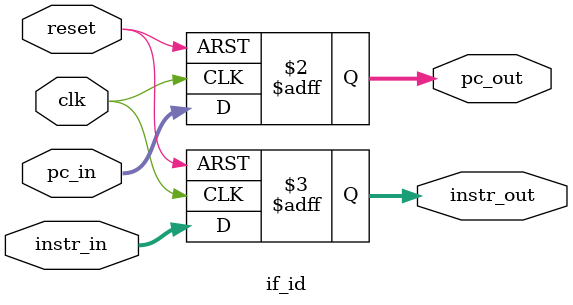
<source format=v>
module if_id(
    input clk,
    input reset,
    input [31:0] pc_in,
    input [31:0] instr_in,
    output reg [31:0] pc_out,
    output reg [31:0] instr_out
);

always @(posedge clk or posedge reset) begin
    if (reset) begin
        pc_out <= 0;
        instr_out <= 0;
    end else begin
        pc_out <= pc_in;
        instr_out <= instr_in;
    end
end

endmodule

</source>
